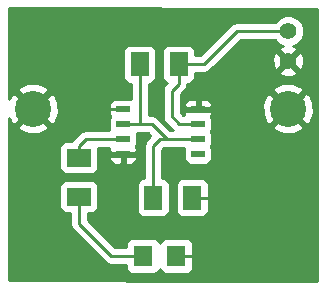
<source format=gtl>
G04 (created by PCBNEW (2013-07-07 BZR 4022)-stable) date 1/19/2014 11:19:52 PM*
%MOIN*%
G04 Gerber Fmt 3.4, Leading zero omitted, Abs format*
%FSLAX34Y34*%
G01*
G70*
G90*
G04 APERTURE LIST*
%ADD10C,0.00590551*%
%ADD11R,0.045X0.02*%
%ADD12R,0.06X0.08*%
%ADD13R,0.08X0.06*%
%ADD14C,0.055*%
%ADD15R,0.0629X0.0709*%
%ADD16C,0.12*%
%ADD17C,0.035*%
%ADD18C,0.01*%
G04 APERTURE END LIST*
G54D10*
G54D11*
X30020Y-42610D03*
X30020Y-43110D03*
X30020Y-43610D03*
X30020Y-44110D03*
X27520Y-44110D03*
X27520Y-43610D03*
X27520Y-43110D03*
X27520Y-42610D03*
G54D12*
X29370Y-41110D03*
X28070Y-41110D03*
X28525Y-45570D03*
X29825Y-45570D03*
G54D13*
X26050Y-44230D03*
X26050Y-45530D03*
G54D14*
X33030Y-41015D03*
X33030Y-40015D03*
G54D15*
X28181Y-47510D03*
X29299Y-47510D03*
G54D16*
X24520Y-42595D03*
X33020Y-42595D03*
G54D17*
X30590Y-47520D03*
X30880Y-45590D03*
X26525Y-42205D03*
G54D18*
X29299Y-47510D02*
X30580Y-47510D01*
X30580Y-47510D02*
X30590Y-47520D01*
X29825Y-45570D02*
X30860Y-45570D01*
X30860Y-45570D02*
X30880Y-45590D01*
X27520Y-42610D02*
X26930Y-42610D01*
X26930Y-42610D02*
X26525Y-42205D01*
X26050Y-45530D02*
X26050Y-46435D01*
X27125Y-47510D02*
X28181Y-47510D01*
X26050Y-46435D02*
X27125Y-47510D01*
X28525Y-45570D02*
X28525Y-43835D01*
X29130Y-43605D02*
X29130Y-43610D01*
X28755Y-43605D02*
X29130Y-43605D01*
X28525Y-43835D02*
X28755Y-43605D01*
X28070Y-41110D02*
X28070Y-43100D01*
X28070Y-43100D02*
X28060Y-43110D01*
X27520Y-43110D02*
X28060Y-43110D01*
X28060Y-43110D02*
X28470Y-43110D01*
X28970Y-43610D02*
X29130Y-43610D01*
X29130Y-43610D02*
X30020Y-43610D01*
X28470Y-43110D02*
X28970Y-43610D01*
X26050Y-44230D02*
X26050Y-43830D01*
X26270Y-43610D02*
X27520Y-43610D01*
X26050Y-43830D02*
X26270Y-43610D01*
X29370Y-41110D02*
X29370Y-41770D01*
X29400Y-43110D02*
X30020Y-43110D01*
X29140Y-42850D02*
X29400Y-43110D01*
X29140Y-42000D02*
X29140Y-42850D01*
X29370Y-41770D02*
X29140Y-42000D01*
X33030Y-40015D02*
X31315Y-40015D01*
X30220Y-41110D02*
X29370Y-41110D01*
X31315Y-40015D02*
X30220Y-41110D01*
G54D10*
G36*
X33985Y-48329D02*
X33872Y-48329D01*
X33872Y-42748D01*
X33866Y-42410D01*
X33749Y-42126D01*
X33622Y-42062D01*
X33559Y-42125D01*
X33559Y-41090D01*
X33555Y-41002D01*
X33555Y-39911D01*
X33475Y-39718D01*
X33327Y-39570D01*
X33134Y-39490D01*
X32926Y-39489D01*
X32733Y-39569D01*
X32587Y-39715D01*
X31315Y-39715D01*
X31200Y-39737D01*
X31102Y-39802D01*
X30095Y-40810D01*
X29920Y-40810D01*
X29920Y-40660D01*
X29882Y-40568D01*
X29811Y-40498D01*
X29719Y-40460D01*
X29620Y-40459D01*
X29020Y-40459D01*
X28928Y-40497D01*
X28858Y-40568D01*
X28820Y-40660D01*
X28819Y-40759D01*
X28819Y-41559D01*
X28857Y-41651D01*
X28928Y-41721D01*
X28974Y-41741D01*
X28927Y-41787D01*
X28862Y-41885D01*
X28840Y-42000D01*
X28840Y-42850D01*
X28862Y-42964D01*
X28927Y-43062D01*
X29175Y-43310D01*
X29155Y-43310D01*
X29130Y-43305D01*
X29089Y-43305D01*
X28682Y-42897D01*
X28584Y-42832D01*
X28470Y-42810D01*
X28370Y-42810D01*
X28370Y-41760D01*
X28419Y-41760D01*
X28511Y-41722D01*
X28581Y-41651D01*
X28619Y-41559D01*
X28620Y-41460D01*
X28620Y-40660D01*
X28582Y-40568D01*
X28511Y-40498D01*
X28419Y-40460D01*
X28320Y-40459D01*
X27720Y-40459D01*
X27628Y-40497D01*
X27558Y-40568D01*
X27520Y-40660D01*
X27519Y-40759D01*
X27519Y-41559D01*
X27557Y-41651D01*
X27628Y-41721D01*
X27720Y-41759D01*
X27770Y-41759D01*
X27770Y-42260D01*
X27695Y-42259D01*
X27245Y-42259D01*
X27153Y-42297D01*
X27083Y-42368D01*
X27045Y-42460D01*
X27044Y-42559D01*
X27044Y-42759D01*
X27082Y-42851D01*
X27091Y-42859D01*
X27083Y-42868D01*
X27045Y-42960D01*
X27044Y-43059D01*
X27044Y-43259D01*
X27065Y-43310D01*
X26270Y-43310D01*
X26155Y-43332D01*
X26057Y-43397D01*
X25837Y-43617D01*
X25796Y-43679D01*
X25600Y-43679D01*
X25508Y-43717D01*
X25438Y-43788D01*
X25400Y-43880D01*
X25399Y-43979D01*
X25399Y-44579D01*
X25437Y-44671D01*
X25508Y-44741D01*
X25600Y-44779D01*
X25699Y-44780D01*
X26499Y-44780D01*
X26591Y-44742D01*
X26661Y-44671D01*
X26699Y-44579D01*
X26700Y-44480D01*
X26700Y-43910D01*
X27065Y-43910D01*
X27044Y-43960D01*
X27045Y-43997D01*
X27107Y-44060D01*
X27470Y-44060D01*
X27470Y-44052D01*
X27570Y-44052D01*
X27570Y-44060D01*
X27932Y-44060D01*
X27995Y-43997D01*
X27995Y-43960D01*
X27957Y-43868D01*
X27948Y-43860D01*
X27956Y-43851D01*
X27994Y-43759D01*
X27995Y-43660D01*
X27995Y-43460D01*
X27974Y-43410D01*
X28060Y-43410D01*
X28345Y-43410D01*
X28435Y-43499D01*
X28312Y-43622D01*
X28247Y-43720D01*
X28225Y-43835D01*
X28225Y-44919D01*
X28175Y-44919D01*
X28083Y-44957D01*
X28013Y-45028D01*
X27995Y-45071D01*
X27995Y-44259D01*
X27995Y-44222D01*
X27932Y-44160D01*
X27570Y-44160D01*
X27570Y-44397D01*
X27632Y-44460D01*
X27695Y-44460D01*
X27794Y-44459D01*
X27886Y-44421D01*
X27957Y-44351D01*
X27995Y-44259D01*
X27995Y-45071D01*
X27975Y-45120D01*
X27974Y-45219D01*
X27974Y-46019D01*
X28012Y-46111D01*
X28083Y-46181D01*
X28175Y-46219D01*
X28274Y-46220D01*
X28874Y-46220D01*
X28966Y-46182D01*
X29036Y-46111D01*
X29074Y-46019D01*
X29075Y-45920D01*
X29075Y-45120D01*
X29037Y-45028D01*
X28966Y-44958D01*
X28874Y-44920D01*
X28825Y-44920D01*
X28825Y-43959D01*
X28879Y-43905D01*
X28944Y-43905D01*
X28944Y-43905D01*
X28970Y-43910D01*
X29130Y-43910D01*
X29565Y-43910D01*
X29545Y-43960D01*
X29544Y-44059D01*
X29544Y-44259D01*
X29582Y-44351D01*
X29653Y-44421D01*
X29745Y-44459D01*
X29844Y-44460D01*
X30294Y-44460D01*
X30386Y-44422D01*
X30456Y-44351D01*
X30494Y-44259D01*
X30495Y-44160D01*
X30495Y-43960D01*
X30457Y-43868D01*
X30448Y-43860D01*
X30456Y-43851D01*
X30494Y-43759D01*
X30495Y-43660D01*
X30495Y-43460D01*
X30457Y-43368D01*
X30448Y-43360D01*
X30456Y-43351D01*
X30494Y-43259D01*
X30495Y-43160D01*
X30495Y-42960D01*
X30457Y-42868D01*
X30448Y-42860D01*
X30457Y-42851D01*
X30495Y-42759D01*
X30495Y-42460D01*
X30457Y-42368D01*
X30386Y-42298D01*
X30294Y-42260D01*
X30195Y-42259D01*
X30132Y-42260D01*
X30070Y-42322D01*
X30070Y-42560D01*
X30432Y-42560D01*
X30495Y-42497D01*
X30495Y-42460D01*
X30495Y-42759D01*
X30495Y-42722D01*
X30432Y-42660D01*
X30070Y-42660D01*
X30070Y-42667D01*
X29970Y-42667D01*
X29970Y-42660D01*
X29970Y-42560D01*
X29970Y-42322D01*
X29907Y-42260D01*
X29844Y-42259D01*
X29745Y-42260D01*
X29653Y-42298D01*
X29582Y-42368D01*
X29544Y-42460D01*
X29545Y-42497D01*
X29607Y-42560D01*
X29970Y-42560D01*
X29970Y-42660D01*
X29607Y-42660D01*
X29545Y-42722D01*
X29544Y-42759D01*
X29565Y-42810D01*
X29524Y-42810D01*
X29440Y-42725D01*
X29440Y-42124D01*
X29582Y-41982D01*
X29582Y-41982D01*
X29647Y-41884D01*
X29669Y-41770D01*
X29670Y-41770D01*
X29670Y-41760D01*
X29719Y-41760D01*
X29811Y-41722D01*
X29881Y-41651D01*
X29919Y-41559D01*
X29920Y-41460D01*
X29920Y-41410D01*
X30220Y-41410D01*
X30220Y-41409D01*
X30334Y-41387D01*
X30334Y-41387D01*
X30432Y-41322D01*
X31439Y-40315D01*
X32587Y-40315D01*
X32732Y-40459D01*
X32858Y-40512D01*
X32757Y-40554D01*
X32732Y-40647D01*
X33030Y-40944D01*
X33327Y-40647D01*
X33302Y-40554D01*
X33192Y-40515D01*
X33327Y-40460D01*
X33474Y-40312D01*
X33554Y-40119D01*
X33555Y-39911D01*
X33555Y-41002D01*
X33548Y-40882D01*
X33490Y-40742D01*
X33397Y-40717D01*
X33100Y-41015D01*
X33397Y-41312D01*
X33490Y-41287D01*
X33559Y-41090D01*
X33559Y-42125D01*
X33552Y-42133D01*
X33552Y-41992D01*
X33488Y-41865D01*
X33327Y-41802D01*
X33327Y-41382D01*
X33030Y-41085D01*
X32959Y-41156D01*
X32959Y-41015D01*
X32662Y-40717D01*
X32569Y-40742D01*
X32500Y-40939D01*
X32511Y-41147D01*
X32569Y-41287D01*
X32662Y-41312D01*
X32959Y-41015D01*
X32959Y-41156D01*
X32732Y-41382D01*
X32757Y-41475D01*
X32954Y-41544D01*
X33162Y-41533D01*
X33302Y-41475D01*
X33327Y-41382D01*
X33327Y-41802D01*
X33173Y-41742D01*
X32835Y-41748D01*
X32551Y-41865D01*
X32487Y-41992D01*
X33020Y-42524D01*
X33552Y-41992D01*
X33552Y-42133D01*
X33090Y-42595D01*
X33622Y-43127D01*
X33749Y-43063D01*
X33872Y-42748D01*
X33872Y-48329D01*
X33552Y-48329D01*
X33552Y-43197D01*
X33020Y-42665D01*
X32949Y-42736D01*
X32949Y-42595D01*
X32417Y-42062D01*
X32290Y-42126D01*
X32167Y-42441D01*
X32173Y-42779D01*
X32290Y-43063D01*
X32417Y-43127D01*
X32949Y-42595D01*
X32949Y-42736D01*
X32487Y-43197D01*
X32551Y-43324D01*
X32866Y-43447D01*
X33204Y-43441D01*
X33488Y-43324D01*
X33552Y-43197D01*
X33552Y-48329D01*
X30375Y-48328D01*
X30375Y-45920D01*
X30375Y-45120D01*
X30337Y-45028D01*
X30266Y-44958D01*
X30174Y-44920D01*
X30075Y-44919D01*
X29475Y-44919D01*
X29383Y-44957D01*
X29313Y-45028D01*
X29275Y-45120D01*
X29274Y-45219D01*
X29274Y-46019D01*
X29312Y-46111D01*
X29383Y-46181D01*
X29475Y-46219D01*
X29574Y-46220D01*
X30174Y-46220D01*
X30266Y-46182D01*
X30336Y-46111D01*
X30374Y-46019D01*
X30375Y-45920D01*
X30375Y-48328D01*
X29863Y-48327D01*
X29863Y-47814D01*
X29863Y-47105D01*
X29825Y-47014D01*
X29755Y-46943D01*
X29663Y-46905D01*
X29563Y-46905D01*
X28934Y-46905D01*
X28843Y-46943D01*
X28772Y-47013D01*
X28739Y-47092D01*
X28707Y-47014D01*
X28637Y-46943D01*
X28545Y-46905D01*
X28445Y-46905D01*
X27816Y-46905D01*
X27725Y-46943D01*
X27654Y-47013D01*
X27616Y-47105D01*
X27616Y-47205D01*
X27616Y-47210D01*
X27470Y-47210D01*
X27470Y-44397D01*
X27470Y-44160D01*
X27107Y-44160D01*
X27045Y-44222D01*
X27044Y-44259D01*
X27082Y-44351D01*
X27153Y-44421D01*
X27245Y-44459D01*
X27344Y-44460D01*
X27407Y-44460D01*
X27470Y-44397D01*
X27470Y-47210D01*
X27249Y-47210D01*
X26350Y-46310D01*
X26350Y-46080D01*
X26499Y-46080D01*
X26591Y-46042D01*
X26661Y-45971D01*
X26699Y-45879D01*
X26700Y-45780D01*
X26700Y-45180D01*
X26662Y-45088D01*
X26591Y-45018D01*
X26499Y-44980D01*
X26400Y-44979D01*
X25600Y-44979D01*
X25508Y-45017D01*
X25438Y-45088D01*
X25400Y-45180D01*
X25399Y-45279D01*
X25399Y-45879D01*
X25437Y-45971D01*
X25508Y-46041D01*
X25600Y-46079D01*
X25699Y-46080D01*
X25750Y-46080D01*
X25750Y-46435D01*
X25772Y-46549D01*
X25837Y-46647D01*
X26912Y-47722D01*
X27010Y-47787D01*
X27125Y-47810D01*
X27616Y-47810D01*
X27616Y-47914D01*
X27654Y-48005D01*
X27724Y-48076D01*
X27816Y-48114D01*
X27916Y-48114D01*
X28545Y-48114D01*
X28636Y-48076D01*
X28707Y-48006D01*
X28740Y-47927D01*
X28772Y-48005D01*
X28842Y-48076D01*
X28934Y-48114D01*
X29034Y-48114D01*
X29663Y-48114D01*
X29754Y-48076D01*
X29825Y-48006D01*
X29863Y-47914D01*
X29863Y-47814D01*
X29863Y-48327D01*
X25372Y-48325D01*
X25372Y-42748D01*
X25366Y-42410D01*
X25249Y-42126D01*
X25122Y-42062D01*
X25052Y-42133D01*
X25052Y-41992D01*
X24988Y-41865D01*
X24673Y-41742D01*
X24335Y-41748D01*
X24051Y-41865D01*
X23987Y-41992D01*
X24520Y-42524D01*
X25052Y-41992D01*
X25052Y-42133D01*
X24590Y-42595D01*
X25122Y-43127D01*
X25249Y-43063D01*
X25372Y-42748D01*
X25372Y-48325D01*
X25052Y-48325D01*
X25052Y-43197D01*
X24520Y-42665D01*
X23987Y-43197D01*
X24051Y-43324D01*
X24366Y-43447D01*
X24704Y-43441D01*
X24988Y-43324D01*
X25052Y-43197D01*
X25052Y-48325D01*
X23729Y-48325D01*
X23729Y-42915D01*
X23790Y-43063D01*
X23917Y-43127D01*
X24449Y-42595D01*
X23917Y-42062D01*
X23790Y-42126D01*
X23729Y-42282D01*
X23729Y-39245D01*
X33985Y-39264D01*
X33985Y-48329D01*
X33985Y-48329D01*
G37*
G54D18*
X33985Y-48329D02*
X33872Y-48329D01*
X33872Y-42748D01*
X33866Y-42410D01*
X33749Y-42126D01*
X33622Y-42062D01*
X33559Y-42125D01*
X33559Y-41090D01*
X33555Y-41002D01*
X33555Y-39911D01*
X33475Y-39718D01*
X33327Y-39570D01*
X33134Y-39490D01*
X32926Y-39489D01*
X32733Y-39569D01*
X32587Y-39715D01*
X31315Y-39715D01*
X31200Y-39737D01*
X31102Y-39802D01*
X30095Y-40810D01*
X29920Y-40810D01*
X29920Y-40660D01*
X29882Y-40568D01*
X29811Y-40498D01*
X29719Y-40460D01*
X29620Y-40459D01*
X29020Y-40459D01*
X28928Y-40497D01*
X28858Y-40568D01*
X28820Y-40660D01*
X28819Y-40759D01*
X28819Y-41559D01*
X28857Y-41651D01*
X28928Y-41721D01*
X28974Y-41741D01*
X28927Y-41787D01*
X28862Y-41885D01*
X28840Y-42000D01*
X28840Y-42850D01*
X28862Y-42964D01*
X28927Y-43062D01*
X29175Y-43310D01*
X29155Y-43310D01*
X29130Y-43305D01*
X29089Y-43305D01*
X28682Y-42897D01*
X28584Y-42832D01*
X28470Y-42810D01*
X28370Y-42810D01*
X28370Y-41760D01*
X28419Y-41760D01*
X28511Y-41722D01*
X28581Y-41651D01*
X28619Y-41559D01*
X28620Y-41460D01*
X28620Y-40660D01*
X28582Y-40568D01*
X28511Y-40498D01*
X28419Y-40460D01*
X28320Y-40459D01*
X27720Y-40459D01*
X27628Y-40497D01*
X27558Y-40568D01*
X27520Y-40660D01*
X27519Y-40759D01*
X27519Y-41559D01*
X27557Y-41651D01*
X27628Y-41721D01*
X27720Y-41759D01*
X27770Y-41759D01*
X27770Y-42260D01*
X27695Y-42259D01*
X27245Y-42259D01*
X27153Y-42297D01*
X27083Y-42368D01*
X27045Y-42460D01*
X27044Y-42559D01*
X27044Y-42759D01*
X27082Y-42851D01*
X27091Y-42859D01*
X27083Y-42868D01*
X27045Y-42960D01*
X27044Y-43059D01*
X27044Y-43259D01*
X27065Y-43310D01*
X26270Y-43310D01*
X26155Y-43332D01*
X26057Y-43397D01*
X25837Y-43617D01*
X25796Y-43679D01*
X25600Y-43679D01*
X25508Y-43717D01*
X25438Y-43788D01*
X25400Y-43880D01*
X25399Y-43979D01*
X25399Y-44579D01*
X25437Y-44671D01*
X25508Y-44741D01*
X25600Y-44779D01*
X25699Y-44780D01*
X26499Y-44780D01*
X26591Y-44742D01*
X26661Y-44671D01*
X26699Y-44579D01*
X26700Y-44480D01*
X26700Y-43910D01*
X27065Y-43910D01*
X27044Y-43960D01*
X27045Y-43997D01*
X27107Y-44060D01*
X27470Y-44060D01*
X27470Y-44052D01*
X27570Y-44052D01*
X27570Y-44060D01*
X27932Y-44060D01*
X27995Y-43997D01*
X27995Y-43960D01*
X27957Y-43868D01*
X27948Y-43860D01*
X27956Y-43851D01*
X27994Y-43759D01*
X27995Y-43660D01*
X27995Y-43460D01*
X27974Y-43410D01*
X28060Y-43410D01*
X28345Y-43410D01*
X28435Y-43499D01*
X28312Y-43622D01*
X28247Y-43720D01*
X28225Y-43835D01*
X28225Y-44919D01*
X28175Y-44919D01*
X28083Y-44957D01*
X28013Y-45028D01*
X27995Y-45071D01*
X27995Y-44259D01*
X27995Y-44222D01*
X27932Y-44160D01*
X27570Y-44160D01*
X27570Y-44397D01*
X27632Y-44460D01*
X27695Y-44460D01*
X27794Y-44459D01*
X27886Y-44421D01*
X27957Y-44351D01*
X27995Y-44259D01*
X27995Y-45071D01*
X27975Y-45120D01*
X27974Y-45219D01*
X27974Y-46019D01*
X28012Y-46111D01*
X28083Y-46181D01*
X28175Y-46219D01*
X28274Y-46220D01*
X28874Y-46220D01*
X28966Y-46182D01*
X29036Y-46111D01*
X29074Y-46019D01*
X29075Y-45920D01*
X29075Y-45120D01*
X29037Y-45028D01*
X28966Y-44958D01*
X28874Y-44920D01*
X28825Y-44920D01*
X28825Y-43959D01*
X28879Y-43905D01*
X28944Y-43905D01*
X28944Y-43905D01*
X28970Y-43910D01*
X29130Y-43910D01*
X29565Y-43910D01*
X29545Y-43960D01*
X29544Y-44059D01*
X29544Y-44259D01*
X29582Y-44351D01*
X29653Y-44421D01*
X29745Y-44459D01*
X29844Y-44460D01*
X30294Y-44460D01*
X30386Y-44422D01*
X30456Y-44351D01*
X30494Y-44259D01*
X30495Y-44160D01*
X30495Y-43960D01*
X30457Y-43868D01*
X30448Y-43860D01*
X30456Y-43851D01*
X30494Y-43759D01*
X30495Y-43660D01*
X30495Y-43460D01*
X30457Y-43368D01*
X30448Y-43360D01*
X30456Y-43351D01*
X30494Y-43259D01*
X30495Y-43160D01*
X30495Y-42960D01*
X30457Y-42868D01*
X30448Y-42860D01*
X30457Y-42851D01*
X30495Y-42759D01*
X30495Y-42460D01*
X30457Y-42368D01*
X30386Y-42298D01*
X30294Y-42260D01*
X30195Y-42259D01*
X30132Y-42260D01*
X30070Y-42322D01*
X30070Y-42560D01*
X30432Y-42560D01*
X30495Y-42497D01*
X30495Y-42460D01*
X30495Y-42759D01*
X30495Y-42722D01*
X30432Y-42660D01*
X30070Y-42660D01*
X30070Y-42667D01*
X29970Y-42667D01*
X29970Y-42660D01*
X29970Y-42560D01*
X29970Y-42322D01*
X29907Y-42260D01*
X29844Y-42259D01*
X29745Y-42260D01*
X29653Y-42298D01*
X29582Y-42368D01*
X29544Y-42460D01*
X29545Y-42497D01*
X29607Y-42560D01*
X29970Y-42560D01*
X29970Y-42660D01*
X29607Y-42660D01*
X29545Y-42722D01*
X29544Y-42759D01*
X29565Y-42810D01*
X29524Y-42810D01*
X29440Y-42725D01*
X29440Y-42124D01*
X29582Y-41982D01*
X29582Y-41982D01*
X29647Y-41884D01*
X29669Y-41770D01*
X29670Y-41770D01*
X29670Y-41760D01*
X29719Y-41760D01*
X29811Y-41722D01*
X29881Y-41651D01*
X29919Y-41559D01*
X29920Y-41460D01*
X29920Y-41410D01*
X30220Y-41410D01*
X30220Y-41409D01*
X30334Y-41387D01*
X30334Y-41387D01*
X30432Y-41322D01*
X31439Y-40315D01*
X32587Y-40315D01*
X32732Y-40459D01*
X32858Y-40512D01*
X32757Y-40554D01*
X32732Y-40647D01*
X33030Y-40944D01*
X33327Y-40647D01*
X33302Y-40554D01*
X33192Y-40515D01*
X33327Y-40460D01*
X33474Y-40312D01*
X33554Y-40119D01*
X33555Y-39911D01*
X33555Y-41002D01*
X33548Y-40882D01*
X33490Y-40742D01*
X33397Y-40717D01*
X33100Y-41015D01*
X33397Y-41312D01*
X33490Y-41287D01*
X33559Y-41090D01*
X33559Y-42125D01*
X33552Y-42133D01*
X33552Y-41992D01*
X33488Y-41865D01*
X33327Y-41802D01*
X33327Y-41382D01*
X33030Y-41085D01*
X32959Y-41156D01*
X32959Y-41015D01*
X32662Y-40717D01*
X32569Y-40742D01*
X32500Y-40939D01*
X32511Y-41147D01*
X32569Y-41287D01*
X32662Y-41312D01*
X32959Y-41015D01*
X32959Y-41156D01*
X32732Y-41382D01*
X32757Y-41475D01*
X32954Y-41544D01*
X33162Y-41533D01*
X33302Y-41475D01*
X33327Y-41382D01*
X33327Y-41802D01*
X33173Y-41742D01*
X32835Y-41748D01*
X32551Y-41865D01*
X32487Y-41992D01*
X33020Y-42524D01*
X33552Y-41992D01*
X33552Y-42133D01*
X33090Y-42595D01*
X33622Y-43127D01*
X33749Y-43063D01*
X33872Y-42748D01*
X33872Y-48329D01*
X33552Y-48329D01*
X33552Y-43197D01*
X33020Y-42665D01*
X32949Y-42736D01*
X32949Y-42595D01*
X32417Y-42062D01*
X32290Y-42126D01*
X32167Y-42441D01*
X32173Y-42779D01*
X32290Y-43063D01*
X32417Y-43127D01*
X32949Y-42595D01*
X32949Y-42736D01*
X32487Y-43197D01*
X32551Y-43324D01*
X32866Y-43447D01*
X33204Y-43441D01*
X33488Y-43324D01*
X33552Y-43197D01*
X33552Y-48329D01*
X30375Y-48328D01*
X30375Y-45920D01*
X30375Y-45120D01*
X30337Y-45028D01*
X30266Y-44958D01*
X30174Y-44920D01*
X30075Y-44919D01*
X29475Y-44919D01*
X29383Y-44957D01*
X29313Y-45028D01*
X29275Y-45120D01*
X29274Y-45219D01*
X29274Y-46019D01*
X29312Y-46111D01*
X29383Y-46181D01*
X29475Y-46219D01*
X29574Y-46220D01*
X30174Y-46220D01*
X30266Y-46182D01*
X30336Y-46111D01*
X30374Y-46019D01*
X30375Y-45920D01*
X30375Y-48328D01*
X29863Y-48327D01*
X29863Y-47814D01*
X29863Y-47105D01*
X29825Y-47014D01*
X29755Y-46943D01*
X29663Y-46905D01*
X29563Y-46905D01*
X28934Y-46905D01*
X28843Y-46943D01*
X28772Y-47013D01*
X28739Y-47092D01*
X28707Y-47014D01*
X28637Y-46943D01*
X28545Y-46905D01*
X28445Y-46905D01*
X27816Y-46905D01*
X27725Y-46943D01*
X27654Y-47013D01*
X27616Y-47105D01*
X27616Y-47205D01*
X27616Y-47210D01*
X27470Y-47210D01*
X27470Y-44397D01*
X27470Y-44160D01*
X27107Y-44160D01*
X27045Y-44222D01*
X27044Y-44259D01*
X27082Y-44351D01*
X27153Y-44421D01*
X27245Y-44459D01*
X27344Y-44460D01*
X27407Y-44460D01*
X27470Y-44397D01*
X27470Y-47210D01*
X27249Y-47210D01*
X26350Y-46310D01*
X26350Y-46080D01*
X26499Y-46080D01*
X26591Y-46042D01*
X26661Y-45971D01*
X26699Y-45879D01*
X26700Y-45780D01*
X26700Y-45180D01*
X26662Y-45088D01*
X26591Y-45018D01*
X26499Y-44980D01*
X26400Y-44979D01*
X25600Y-44979D01*
X25508Y-45017D01*
X25438Y-45088D01*
X25400Y-45180D01*
X25399Y-45279D01*
X25399Y-45879D01*
X25437Y-45971D01*
X25508Y-46041D01*
X25600Y-46079D01*
X25699Y-46080D01*
X25750Y-46080D01*
X25750Y-46435D01*
X25772Y-46549D01*
X25837Y-46647D01*
X26912Y-47722D01*
X27010Y-47787D01*
X27125Y-47810D01*
X27616Y-47810D01*
X27616Y-47914D01*
X27654Y-48005D01*
X27724Y-48076D01*
X27816Y-48114D01*
X27916Y-48114D01*
X28545Y-48114D01*
X28636Y-48076D01*
X28707Y-48006D01*
X28740Y-47927D01*
X28772Y-48005D01*
X28842Y-48076D01*
X28934Y-48114D01*
X29034Y-48114D01*
X29663Y-48114D01*
X29754Y-48076D01*
X29825Y-48006D01*
X29863Y-47914D01*
X29863Y-47814D01*
X29863Y-48327D01*
X25372Y-48325D01*
X25372Y-42748D01*
X25366Y-42410D01*
X25249Y-42126D01*
X25122Y-42062D01*
X25052Y-42133D01*
X25052Y-41992D01*
X24988Y-41865D01*
X24673Y-41742D01*
X24335Y-41748D01*
X24051Y-41865D01*
X23987Y-41992D01*
X24520Y-42524D01*
X25052Y-41992D01*
X25052Y-42133D01*
X24590Y-42595D01*
X25122Y-43127D01*
X25249Y-43063D01*
X25372Y-42748D01*
X25372Y-48325D01*
X25052Y-48325D01*
X25052Y-43197D01*
X24520Y-42665D01*
X23987Y-43197D01*
X24051Y-43324D01*
X24366Y-43447D01*
X24704Y-43441D01*
X24988Y-43324D01*
X25052Y-43197D01*
X25052Y-48325D01*
X23729Y-48325D01*
X23729Y-42915D01*
X23790Y-43063D01*
X23917Y-43127D01*
X24449Y-42595D01*
X23917Y-42062D01*
X23790Y-42126D01*
X23729Y-42282D01*
X23729Y-39245D01*
X33985Y-39264D01*
X33985Y-48329D01*
M02*

</source>
